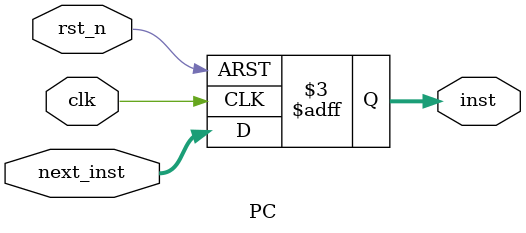
<source format=v>
module PC(
    input clk,rst_n,
    input [31:0] next_inst,
    output reg [31:0] inst
);

always @(posedge clk or negedge rst_n) begin
    if(~rst_n)
    inst <= 32'b0;
    else
    inst <= next_inst;   
end
    
endmodule
</source>
